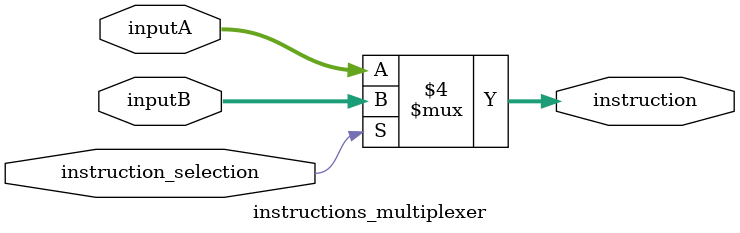
<source format=v>
module instructions_multiplexer (instruction_selection, inputA, inputB, instruction);
  input instruction_selection;
  input [31:0] inputA, inputB;
  output reg [31:0] instruction;

  always @ ( * ) begin
    if(instruction_selection==0) begin
		instruction = inputA;
	 end
	 else begin
		instruction = inputB;
    end
  end

endmodule // instructions_multiplexer

</source>
